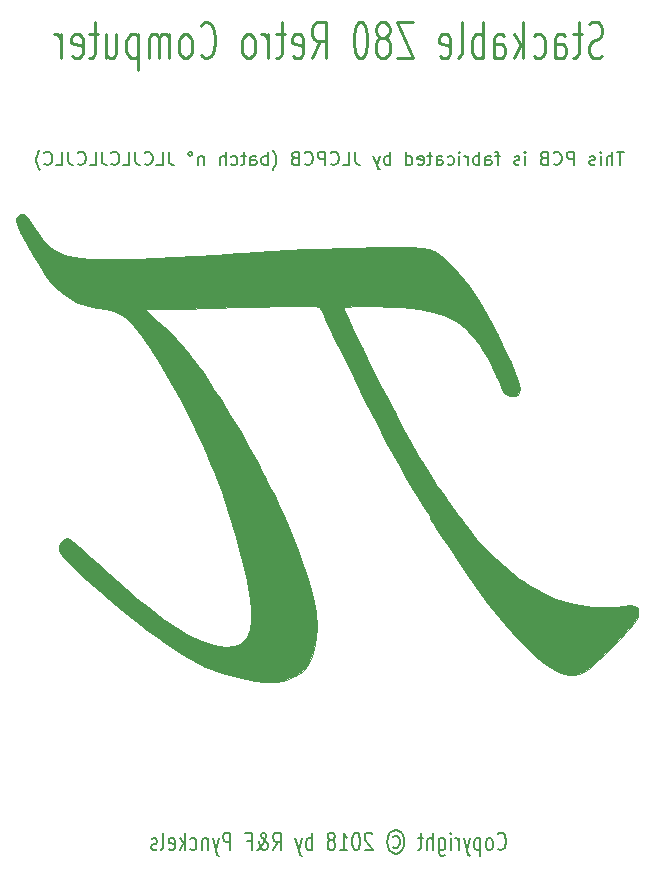
<source format=gbo>
%TF.GenerationSoftware,KiCad,Pcbnew,(5.0.0)*%
%TF.CreationDate,2018-10-23T17:25:26+02:00*%
%TF.ProjectId,S80 Processor,5338302050726F636573736F722E6B69,1.0*%
%TF.SameCoordinates,Original*%
%TF.FileFunction,Legend,Bot*%
%TF.FilePolarity,Positive*%
%FSLAX46Y46*%
G04 Gerber Fmt 4.6, Leading zero omitted, Abs format (unit mm)*
G04 Created by KiCad (PCBNEW (5.0.0)) date 10/23/18 17:25:26*
%MOMM*%
%LPD*%
G01*
G04 APERTURE LIST*
%ADD10C,0.150000*%
%ADD11C,0.250000*%
%ADD12C,0.010000*%
G04 APERTURE END LIST*
D10*
X123495390Y-100357714D02*
X123547771Y-100429142D01*
X123704914Y-100500571D01*
X123809676Y-100500571D01*
X123966819Y-100429142D01*
X124071580Y-100286285D01*
X124123961Y-100143428D01*
X124176342Y-99857714D01*
X124176342Y-99643428D01*
X124123961Y-99357714D01*
X124071580Y-99214857D01*
X123966819Y-99072000D01*
X123809676Y-99000571D01*
X123704914Y-99000571D01*
X123547771Y-99072000D01*
X123495390Y-99143428D01*
X122866819Y-100500571D02*
X122971580Y-100429142D01*
X123023961Y-100357714D01*
X123076342Y-100214857D01*
X123076342Y-99786285D01*
X123023961Y-99643428D01*
X122971580Y-99572000D01*
X122866819Y-99500571D01*
X122709676Y-99500571D01*
X122604914Y-99572000D01*
X122552533Y-99643428D01*
X122500152Y-99786285D01*
X122500152Y-100214857D01*
X122552533Y-100357714D01*
X122604914Y-100429142D01*
X122709676Y-100500571D01*
X122866819Y-100500571D01*
X122028723Y-99500571D02*
X122028723Y-101000571D01*
X122028723Y-99572000D02*
X121923961Y-99500571D01*
X121714438Y-99500571D01*
X121609676Y-99572000D01*
X121557295Y-99643428D01*
X121504914Y-99786285D01*
X121504914Y-100214857D01*
X121557295Y-100357714D01*
X121609676Y-100429142D01*
X121714438Y-100500571D01*
X121923961Y-100500571D01*
X122028723Y-100429142D01*
X121138247Y-99500571D02*
X120876342Y-100500571D01*
X120614438Y-99500571D02*
X120876342Y-100500571D01*
X120981104Y-100857714D01*
X121033485Y-100929142D01*
X121138247Y-101000571D01*
X120195390Y-100500571D02*
X120195390Y-99500571D01*
X120195390Y-99786285D02*
X120143009Y-99643428D01*
X120090628Y-99572000D01*
X119985866Y-99500571D01*
X119881104Y-99500571D01*
X119514438Y-100500571D02*
X119514438Y-99500571D01*
X119514438Y-99000571D02*
X119566819Y-99072000D01*
X119514438Y-99143428D01*
X119462057Y-99072000D01*
X119514438Y-99000571D01*
X119514438Y-99143428D01*
X118519200Y-99500571D02*
X118519200Y-100714857D01*
X118571580Y-100857714D01*
X118623961Y-100929142D01*
X118728723Y-101000571D01*
X118885866Y-101000571D01*
X118990628Y-100929142D01*
X118519200Y-100429142D02*
X118623961Y-100500571D01*
X118833485Y-100500571D01*
X118938247Y-100429142D01*
X118990628Y-100357714D01*
X119043009Y-100214857D01*
X119043009Y-99786285D01*
X118990628Y-99643428D01*
X118938247Y-99572000D01*
X118833485Y-99500571D01*
X118623961Y-99500571D01*
X118519200Y-99572000D01*
X117995390Y-100500571D02*
X117995390Y-99000571D01*
X117523961Y-100500571D02*
X117523961Y-99714857D01*
X117576342Y-99572000D01*
X117681104Y-99500571D01*
X117838247Y-99500571D01*
X117943009Y-99572000D01*
X117995390Y-99643428D01*
X117157295Y-99500571D02*
X116738247Y-99500571D01*
X117000152Y-99000571D02*
X117000152Y-100286285D01*
X116947771Y-100429142D01*
X116843009Y-100500571D01*
X116738247Y-100500571D01*
X114643009Y-99357714D02*
X114747771Y-99286285D01*
X114957295Y-99286285D01*
X115062057Y-99357714D01*
X115166819Y-99500571D01*
X115219200Y-99643428D01*
X115219200Y-99929142D01*
X115166819Y-100072000D01*
X115062057Y-100214857D01*
X114957295Y-100286285D01*
X114747771Y-100286285D01*
X114643009Y-100214857D01*
X114852533Y-98786285D02*
X115114438Y-98857714D01*
X115376342Y-99072000D01*
X115533485Y-99429142D01*
X115585866Y-99786285D01*
X115533485Y-100143428D01*
X115376342Y-100500571D01*
X115114438Y-100714857D01*
X114852533Y-100786285D01*
X114590628Y-100714857D01*
X114328723Y-100500571D01*
X114171580Y-100143428D01*
X114119200Y-99786285D01*
X114171580Y-99429142D01*
X114328723Y-99072000D01*
X114590628Y-98857714D01*
X114852533Y-98786285D01*
X112862057Y-99143428D02*
X112809676Y-99072000D01*
X112704914Y-99000571D01*
X112443009Y-99000571D01*
X112338247Y-99072000D01*
X112285866Y-99143428D01*
X112233485Y-99286285D01*
X112233485Y-99429142D01*
X112285866Y-99643428D01*
X112914438Y-100500571D01*
X112233485Y-100500571D01*
X111552533Y-99000571D02*
X111447771Y-99000571D01*
X111343009Y-99072000D01*
X111290628Y-99143428D01*
X111238247Y-99286285D01*
X111185866Y-99572000D01*
X111185866Y-99929142D01*
X111238247Y-100214857D01*
X111290628Y-100357714D01*
X111343009Y-100429142D01*
X111447771Y-100500571D01*
X111552533Y-100500571D01*
X111657295Y-100429142D01*
X111709676Y-100357714D01*
X111762057Y-100214857D01*
X111814438Y-99929142D01*
X111814438Y-99572000D01*
X111762057Y-99286285D01*
X111709676Y-99143428D01*
X111657295Y-99072000D01*
X111552533Y-99000571D01*
X110138247Y-100500571D02*
X110766819Y-100500571D01*
X110452533Y-100500571D02*
X110452533Y-99000571D01*
X110557295Y-99214857D01*
X110662057Y-99357714D01*
X110766819Y-99429142D01*
X109509676Y-99643428D02*
X109614438Y-99572000D01*
X109666819Y-99500571D01*
X109719200Y-99357714D01*
X109719200Y-99286285D01*
X109666819Y-99143428D01*
X109614438Y-99072000D01*
X109509676Y-99000571D01*
X109300152Y-99000571D01*
X109195390Y-99072000D01*
X109143009Y-99143428D01*
X109090628Y-99286285D01*
X109090628Y-99357714D01*
X109143009Y-99500571D01*
X109195390Y-99572000D01*
X109300152Y-99643428D01*
X109509676Y-99643428D01*
X109614438Y-99714857D01*
X109666819Y-99786285D01*
X109719200Y-99929142D01*
X109719200Y-100214857D01*
X109666819Y-100357714D01*
X109614438Y-100429142D01*
X109509676Y-100500571D01*
X109300152Y-100500571D01*
X109195390Y-100429142D01*
X109143009Y-100357714D01*
X109090628Y-100214857D01*
X109090628Y-99929142D01*
X109143009Y-99786285D01*
X109195390Y-99714857D01*
X109300152Y-99643428D01*
X107781104Y-100500571D02*
X107781104Y-99000571D01*
X107781104Y-99572000D02*
X107676342Y-99500571D01*
X107466819Y-99500571D01*
X107362057Y-99572000D01*
X107309676Y-99643428D01*
X107257295Y-99786285D01*
X107257295Y-100214857D01*
X107309676Y-100357714D01*
X107362057Y-100429142D01*
X107466819Y-100500571D01*
X107676342Y-100500571D01*
X107781104Y-100429142D01*
X106890628Y-99500571D02*
X106628723Y-100500571D01*
X106366819Y-99500571D02*
X106628723Y-100500571D01*
X106733485Y-100857714D01*
X106785866Y-100929142D01*
X106890628Y-101000571D01*
X104481104Y-100500571D02*
X104847771Y-99786285D01*
X105109676Y-100500571D02*
X105109676Y-99000571D01*
X104690628Y-99000571D01*
X104585866Y-99072000D01*
X104533485Y-99143428D01*
X104481104Y-99286285D01*
X104481104Y-99500571D01*
X104533485Y-99643428D01*
X104585866Y-99714857D01*
X104690628Y-99786285D01*
X105109676Y-99786285D01*
X103119199Y-100500571D02*
X103171580Y-100500571D01*
X103276342Y-100429142D01*
X103433485Y-100214857D01*
X103695390Y-99786285D01*
X103800152Y-99572000D01*
X103852533Y-99357714D01*
X103852533Y-99214857D01*
X103800152Y-99072000D01*
X103695390Y-99000571D01*
X103643009Y-99000571D01*
X103538247Y-99072000D01*
X103485866Y-99214857D01*
X103485866Y-99286285D01*
X103538247Y-99429142D01*
X103590628Y-99500571D01*
X103904914Y-99786285D01*
X103957295Y-99857714D01*
X104009676Y-100000571D01*
X104009676Y-100214857D01*
X103957295Y-100357714D01*
X103904914Y-100429142D01*
X103800152Y-100500571D01*
X103643009Y-100500571D01*
X103538247Y-100429142D01*
X103485866Y-100357714D01*
X103328723Y-100072000D01*
X103276342Y-99857714D01*
X103276342Y-99714857D01*
X102281104Y-99714857D02*
X102647771Y-99714857D01*
X102647771Y-100500571D02*
X102647771Y-99000571D01*
X102123961Y-99000571D01*
X100866819Y-100500571D02*
X100866819Y-99000571D01*
X100447771Y-99000571D01*
X100343009Y-99072000D01*
X100290628Y-99143428D01*
X100238247Y-99286285D01*
X100238247Y-99500571D01*
X100290628Y-99643428D01*
X100343009Y-99714857D01*
X100447771Y-99786285D01*
X100866819Y-99786285D01*
X99871580Y-99500571D02*
X99609676Y-100500571D01*
X99347771Y-99500571D02*
X99609676Y-100500571D01*
X99714438Y-100857714D01*
X99766819Y-100929142D01*
X99871580Y-101000571D01*
X98928723Y-99500571D02*
X98928723Y-100500571D01*
X98928723Y-99643428D02*
X98876342Y-99572000D01*
X98771580Y-99500571D01*
X98614438Y-99500571D01*
X98509676Y-99572000D01*
X98457295Y-99714857D01*
X98457295Y-100500571D01*
X97462057Y-100429142D02*
X97566819Y-100500571D01*
X97776342Y-100500571D01*
X97881104Y-100429142D01*
X97933485Y-100357714D01*
X97985866Y-100214857D01*
X97985866Y-99786285D01*
X97933485Y-99643428D01*
X97881104Y-99572000D01*
X97776342Y-99500571D01*
X97566819Y-99500571D01*
X97462057Y-99572000D01*
X96990628Y-100500571D02*
X96990628Y-99000571D01*
X96885866Y-99929142D02*
X96571580Y-100500571D01*
X96571580Y-99500571D02*
X96990628Y-100072000D01*
X95681104Y-100429142D02*
X95785866Y-100500571D01*
X95995390Y-100500571D01*
X96100152Y-100429142D01*
X96152533Y-100286285D01*
X96152533Y-99714857D01*
X96100152Y-99572000D01*
X95995390Y-99500571D01*
X95785866Y-99500571D01*
X95681104Y-99572000D01*
X95628723Y-99714857D01*
X95628723Y-99857714D01*
X96152533Y-100000571D01*
X95000152Y-100500571D02*
X95104914Y-100429142D01*
X95157295Y-100286285D01*
X95157295Y-99000571D01*
X94633485Y-100429142D02*
X94528723Y-100500571D01*
X94319199Y-100500571D01*
X94214438Y-100429142D01*
X94162057Y-100286285D01*
X94162057Y-100214857D01*
X94214438Y-100072000D01*
X94319199Y-100000571D01*
X94476342Y-100000571D01*
X94581104Y-99929142D01*
X94633485Y-99786285D01*
X94633485Y-99714857D01*
X94581104Y-99572000D01*
X94476342Y-99500571D01*
X94319199Y-99500571D01*
X94214438Y-99572000D01*
D11*
X132340638Y-33269085D02*
X132054923Y-33411942D01*
X131578733Y-33411942D01*
X131388257Y-33269085D01*
X131293019Y-33126228D01*
X131197780Y-32840514D01*
X131197780Y-32554800D01*
X131293019Y-32269085D01*
X131388257Y-32126228D01*
X131578733Y-31983371D01*
X131959685Y-31840514D01*
X132150161Y-31697657D01*
X132245400Y-31554800D01*
X132340638Y-31269085D01*
X132340638Y-30983371D01*
X132245400Y-30697657D01*
X132150161Y-30554800D01*
X131959685Y-30411942D01*
X131483495Y-30411942D01*
X131197780Y-30554800D01*
X130626352Y-31411942D02*
X129864447Y-31411942D01*
X130340638Y-30411942D02*
X130340638Y-32983371D01*
X130245400Y-33269085D01*
X130054923Y-33411942D01*
X129864447Y-33411942D01*
X128340638Y-33411942D02*
X128340638Y-31840514D01*
X128435876Y-31554800D01*
X128626352Y-31411942D01*
X129007304Y-31411942D01*
X129197780Y-31554800D01*
X128340638Y-33269085D02*
X128531114Y-33411942D01*
X129007304Y-33411942D01*
X129197780Y-33269085D01*
X129293019Y-32983371D01*
X129293019Y-32697657D01*
X129197780Y-32411942D01*
X129007304Y-32269085D01*
X128531114Y-32269085D01*
X128340638Y-32126228D01*
X126531114Y-33269085D02*
X126721590Y-33411942D01*
X127102542Y-33411942D01*
X127293019Y-33269085D01*
X127388257Y-33126228D01*
X127483495Y-32840514D01*
X127483495Y-31983371D01*
X127388257Y-31697657D01*
X127293019Y-31554800D01*
X127102542Y-31411942D01*
X126721590Y-31411942D01*
X126531114Y-31554800D01*
X125673971Y-33411942D02*
X125673971Y-30411942D01*
X125483495Y-32269085D02*
X124912066Y-33411942D01*
X124912066Y-31411942D02*
X125673971Y-32554800D01*
X123197780Y-33411942D02*
X123197780Y-31840514D01*
X123293019Y-31554800D01*
X123483495Y-31411942D01*
X123864447Y-31411942D01*
X124054923Y-31554800D01*
X123197780Y-33269085D02*
X123388257Y-33411942D01*
X123864447Y-33411942D01*
X124054923Y-33269085D01*
X124150161Y-32983371D01*
X124150161Y-32697657D01*
X124054923Y-32411942D01*
X123864447Y-32269085D01*
X123388257Y-32269085D01*
X123197780Y-32126228D01*
X122245400Y-33411942D02*
X122245400Y-30411942D01*
X122245400Y-31554800D02*
X122054923Y-31411942D01*
X121673971Y-31411942D01*
X121483495Y-31554800D01*
X121388257Y-31697657D01*
X121293019Y-31983371D01*
X121293019Y-32840514D01*
X121388257Y-33126228D01*
X121483495Y-33269085D01*
X121673971Y-33411942D01*
X122054923Y-33411942D01*
X122245400Y-33269085D01*
X120150161Y-33411942D02*
X120340638Y-33269085D01*
X120435876Y-32983371D01*
X120435876Y-30411942D01*
X118626352Y-33269085D02*
X118816828Y-33411942D01*
X119197780Y-33411942D01*
X119388257Y-33269085D01*
X119483495Y-32983371D01*
X119483495Y-31840514D01*
X119388257Y-31554800D01*
X119197780Y-31411942D01*
X118816828Y-31411942D01*
X118626352Y-31554800D01*
X118531114Y-31840514D01*
X118531114Y-32126228D01*
X119483495Y-32411942D01*
X116340638Y-30411942D02*
X115007304Y-30411942D01*
X116340638Y-33411942D01*
X115007304Y-33411942D01*
X113959685Y-31697657D02*
X114150161Y-31554800D01*
X114245400Y-31411942D01*
X114340638Y-31126228D01*
X114340638Y-30983371D01*
X114245400Y-30697657D01*
X114150161Y-30554800D01*
X113959685Y-30411942D01*
X113578733Y-30411942D01*
X113388257Y-30554800D01*
X113293019Y-30697657D01*
X113197780Y-30983371D01*
X113197780Y-31126228D01*
X113293019Y-31411942D01*
X113388257Y-31554800D01*
X113578733Y-31697657D01*
X113959685Y-31697657D01*
X114150161Y-31840514D01*
X114245400Y-31983371D01*
X114340638Y-32269085D01*
X114340638Y-32840514D01*
X114245400Y-33126228D01*
X114150161Y-33269085D01*
X113959685Y-33411942D01*
X113578733Y-33411942D01*
X113388257Y-33269085D01*
X113293019Y-33126228D01*
X113197780Y-32840514D01*
X113197780Y-32269085D01*
X113293019Y-31983371D01*
X113388257Y-31840514D01*
X113578733Y-31697657D01*
X111959685Y-30411942D02*
X111769209Y-30411942D01*
X111578733Y-30554800D01*
X111483495Y-30697657D01*
X111388257Y-30983371D01*
X111293019Y-31554800D01*
X111293019Y-32269085D01*
X111388257Y-32840514D01*
X111483495Y-33126228D01*
X111578733Y-33269085D01*
X111769209Y-33411942D01*
X111959685Y-33411942D01*
X112150161Y-33269085D01*
X112245400Y-33126228D01*
X112340638Y-32840514D01*
X112435876Y-32269085D01*
X112435876Y-31554800D01*
X112340638Y-30983371D01*
X112245400Y-30697657D01*
X112150161Y-30554800D01*
X111959685Y-30411942D01*
X107769209Y-33411942D02*
X108435876Y-31983371D01*
X108912066Y-33411942D02*
X108912066Y-30411942D01*
X108150161Y-30411942D01*
X107959685Y-30554800D01*
X107864447Y-30697657D01*
X107769209Y-30983371D01*
X107769209Y-31411942D01*
X107864447Y-31697657D01*
X107959685Y-31840514D01*
X108150161Y-31983371D01*
X108912066Y-31983371D01*
X106150161Y-33269085D02*
X106340638Y-33411942D01*
X106721590Y-33411942D01*
X106912066Y-33269085D01*
X107007304Y-32983371D01*
X107007304Y-31840514D01*
X106912066Y-31554800D01*
X106721590Y-31411942D01*
X106340638Y-31411942D01*
X106150161Y-31554800D01*
X106054923Y-31840514D01*
X106054923Y-32126228D01*
X107007304Y-32411942D01*
X105483495Y-31411942D02*
X104721590Y-31411942D01*
X105197780Y-30411942D02*
X105197780Y-32983371D01*
X105102542Y-33269085D01*
X104912066Y-33411942D01*
X104721590Y-33411942D01*
X104054923Y-33411942D02*
X104054923Y-31411942D01*
X104054923Y-31983371D02*
X103959685Y-31697657D01*
X103864447Y-31554800D01*
X103673971Y-31411942D01*
X103483495Y-31411942D01*
X102531114Y-33411942D02*
X102721590Y-33269085D01*
X102816828Y-33126228D01*
X102912066Y-32840514D01*
X102912066Y-31983371D01*
X102816828Y-31697657D01*
X102721590Y-31554800D01*
X102531114Y-31411942D01*
X102245400Y-31411942D01*
X102054923Y-31554800D01*
X101959685Y-31697657D01*
X101864447Y-31983371D01*
X101864447Y-32840514D01*
X101959685Y-33126228D01*
X102054923Y-33269085D01*
X102245400Y-33411942D01*
X102531114Y-33411942D01*
X98340638Y-33126228D02*
X98435876Y-33269085D01*
X98721590Y-33411942D01*
X98912066Y-33411942D01*
X99197780Y-33269085D01*
X99388257Y-32983371D01*
X99483495Y-32697657D01*
X99578733Y-32126228D01*
X99578733Y-31697657D01*
X99483495Y-31126228D01*
X99388257Y-30840514D01*
X99197780Y-30554800D01*
X98912066Y-30411942D01*
X98721590Y-30411942D01*
X98435876Y-30554800D01*
X98340638Y-30697657D01*
X97197780Y-33411942D02*
X97388257Y-33269085D01*
X97483495Y-33126228D01*
X97578733Y-32840514D01*
X97578733Y-31983371D01*
X97483495Y-31697657D01*
X97388257Y-31554800D01*
X97197780Y-31411942D01*
X96912066Y-31411942D01*
X96721590Y-31554800D01*
X96626352Y-31697657D01*
X96531114Y-31983371D01*
X96531114Y-32840514D01*
X96626352Y-33126228D01*
X96721590Y-33269085D01*
X96912066Y-33411942D01*
X97197780Y-33411942D01*
X95673971Y-33411942D02*
X95673971Y-31411942D01*
X95673971Y-31697657D02*
X95578733Y-31554800D01*
X95388257Y-31411942D01*
X95102542Y-31411942D01*
X94912066Y-31554800D01*
X94816828Y-31840514D01*
X94816828Y-33411942D01*
X94816828Y-31840514D02*
X94721590Y-31554800D01*
X94531114Y-31411942D01*
X94245400Y-31411942D01*
X94054923Y-31554800D01*
X93959685Y-31840514D01*
X93959685Y-33411942D01*
X93007304Y-31411942D02*
X93007304Y-34411942D01*
X93007304Y-31554800D02*
X92816828Y-31411942D01*
X92435876Y-31411942D01*
X92245400Y-31554800D01*
X92150161Y-31697657D01*
X92054923Y-31983371D01*
X92054923Y-32840514D01*
X92150161Y-33126228D01*
X92245400Y-33269085D01*
X92435876Y-33411942D01*
X92816828Y-33411942D01*
X93007304Y-33269085D01*
X90340638Y-31411942D02*
X90340638Y-33411942D01*
X91197780Y-31411942D02*
X91197780Y-32983371D01*
X91102542Y-33269085D01*
X90912066Y-33411942D01*
X90626352Y-33411942D01*
X90435876Y-33269085D01*
X90340638Y-33126228D01*
X89673971Y-31411942D02*
X88912066Y-31411942D01*
X89388257Y-30411942D02*
X89388257Y-32983371D01*
X89293019Y-33269085D01*
X89102542Y-33411942D01*
X88912066Y-33411942D01*
X87483495Y-33269085D02*
X87673971Y-33411942D01*
X88054923Y-33411942D01*
X88245400Y-33269085D01*
X88340638Y-32983371D01*
X88340638Y-31840514D01*
X88245400Y-31554800D01*
X88054923Y-31411942D01*
X87673971Y-31411942D01*
X87483495Y-31554800D01*
X87388257Y-31840514D01*
X87388257Y-32126228D01*
X88340638Y-32411942D01*
X86531114Y-33411942D02*
X86531114Y-31411942D01*
X86531114Y-31983371D02*
X86435876Y-31697657D01*
X86340638Y-31554800D01*
X86150161Y-31411942D01*
X85959685Y-31411942D01*
D10*
X134187523Y-41361619D02*
X133558952Y-41361619D01*
X133873238Y-42461619D02*
X133873238Y-41361619D01*
X133192285Y-42461619D02*
X133192285Y-41361619D01*
X132720857Y-42461619D02*
X132720857Y-41885428D01*
X132773238Y-41780666D01*
X132878000Y-41728285D01*
X133035142Y-41728285D01*
X133139904Y-41780666D01*
X133192285Y-41833047D01*
X132197047Y-42461619D02*
X132197047Y-41728285D01*
X132197047Y-41361619D02*
X132249428Y-41414000D01*
X132197047Y-41466380D01*
X132144666Y-41414000D01*
X132197047Y-41361619D01*
X132197047Y-41466380D01*
X131725619Y-42409238D02*
X131620857Y-42461619D01*
X131411333Y-42461619D01*
X131306571Y-42409238D01*
X131254190Y-42304476D01*
X131254190Y-42252095D01*
X131306571Y-42147333D01*
X131411333Y-42094952D01*
X131568476Y-42094952D01*
X131673238Y-42042571D01*
X131725619Y-41937809D01*
X131725619Y-41885428D01*
X131673238Y-41780666D01*
X131568476Y-41728285D01*
X131411333Y-41728285D01*
X131306571Y-41780666D01*
X129944666Y-42461619D02*
X129944666Y-41361619D01*
X129525619Y-41361619D01*
X129420857Y-41414000D01*
X129368476Y-41466380D01*
X129316095Y-41571142D01*
X129316095Y-41728285D01*
X129368476Y-41833047D01*
X129420857Y-41885428D01*
X129525619Y-41937809D01*
X129944666Y-41937809D01*
X128216095Y-42356857D02*
X128268476Y-42409238D01*
X128425619Y-42461619D01*
X128530380Y-42461619D01*
X128687523Y-42409238D01*
X128792285Y-42304476D01*
X128844666Y-42199714D01*
X128897047Y-41990190D01*
X128897047Y-41833047D01*
X128844666Y-41623523D01*
X128792285Y-41518761D01*
X128687523Y-41414000D01*
X128530380Y-41361619D01*
X128425619Y-41361619D01*
X128268476Y-41414000D01*
X128216095Y-41466380D01*
X127378000Y-41885428D02*
X127220857Y-41937809D01*
X127168476Y-41990190D01*
X127116095Y-42094952D01*
X127116095Y-42252095D01*
X127168476Y-42356857D01*
X127220857Y-42409238D01*
X127325619Y-42461619D01*
X127744666Y-42461619D01*
X127744666Y-41361619D01*
X127378000Y-41361619D01*
X127273238Y-41414000D01*
X127220857Y-41466380D01*
X127168476Y-41571142D01*
X127168476Y-41675904D01*
X127220857Y-41780666D01*
X127273238Y-41833047D01*
X127378000Y-41885428D01*
X127744666Y-41885428D01*
X125806571Y-42461619D02*
X125806571Y-41728285D01*
X125806571Y-41361619D02*
X125858952Y-41414000D01*
X125806571Y-41466380D01*
X125754190Y-41414000D01*
X125806571Y-41361619D01*
X125806571Y-41466380D01*
X125335142Y-42409238D02*
X125230380Y-42461619D01*
X125020857Y-42461619D01*
X124916095Y-42409238D01*
X124863714Y-42304476D01*
X124863714Y-42252095D01*
X124916095Y-42147333D01*
X125020857Y-42094952D01*
X125178000Y-42094952D01*
X125282761Y-42042571D01*
X125335142Y-41937809D01*
X125335142Y-41885428D01*
X125282761Y-41780666D01*
X125178000Y-41728285D01*
X125020857Y-41728285D01*
X124916095Y-41780666D01*
X123711333Y-41728285D02*
X123292285Y-41728285D01*
X123554190Y-42461619D02*
X123554190Y-41518761D01*
X123501809Y-41414000D01*
X123397047Y-41361619D01*
X123292285Y-41361619D01*
X122454190Y-42461619D02*
X122454190Y-41885428D01*
X122506571Y-41780666D01*
X122611333Y-41728285D01*
X122820857Y-41728285D01*
X122925619Y-41780666D01*
X122454190Y-42409238D02*
X122558952Y-42461619D01*
X122820857Y-42461619D01*
X122925619Y-42409238D01*
X122978000Y-42304476D01*
X122978000Y-42199714D01*
X122925619Y-42094952D01*
X122820857Y-42042571D01*
X122558952Y-42042571D01*
X122454190Y-41990190D01*
X121930380Y-42461619D02*
X121930380Y-41361619D01*
X121930380Y-41780666D02*
X121825619Y-41728285D01*
X121616095Y-41728285D01*
X121511333Y-41780666D01*
X121458952Y-41833047D01*
X121406571Y-41937809D01*
X121406571Y-42252095D01*
X121458952Y-42356857D01*
X121511333Y-42409238D01*
X121616095Y-42461619D01*
X121825619Y-42461619D01*
X121930380Y-42409238D01*
X120935142Y-42461619D02*
X120935142Y-41728285D01*
X120935142Y-41937809D02*
X120882761Y-41833047D01*
X120830380Y-41780666D01*
X120725619Y-41728285D01*
X120620857Y-41728285D01*
X120254190Y-42461619D02*
X120254190Y-41728285D01*
X120254190Y-41361619D02*
X120306571Y-41414000D01*
X120254190Y-41466380D01*
X120201809Y-41414000D01*
X120254190Y-41361619D01*
X120254190Y-41466380D01*
X119258952Y-42409238D02*
X119363714Y-42461619D01*
X119573238Y-42461619D01*
X119677999Y-42409238D01*
X119730380Y-42356857D01*
X119782761Y-42252095D01*
X119782761Y-41937809D01*
X119730380Y-41833047D01*
X119677999Y-41780666D01*
X119573238Y-41728285D01*
X119363714Y-41728285D01*
X119258952Y-41780666D01*
X118316095Y-42461619D02*
X118316095Y-41885428D01*
X118368476Y-41780666D01*
X118473238Y-41728285D01*
X118682761Y-41728285D01*
X118787523Y-41780666D01*
X118316095Y-42409238D02*
X118420857Y-42461619D01*
X118682761Y-42461619D01*
X118787523Y-42409238D01*
X118839904Y-42304476D01*
X118839904Y-42199714D01*
X118787523Y-42094952D01*
X118682761Y-42042571D01*
X118420857Y-42042571D01*
X118316095Y-41990190D01*
X117949428Y-41728285D02*
X117530380Y-41728285D01*
X117792285Y-41361619D02*
X117792285Y-42304476D01*
X117739904Y-42409238D01*
X117635142Y-42461619D01*
X117530380Y-42461619D01*
X116744666Y-42409238D02*
X116849428Y-42461619D01*
X117058952Y-42461619D01*
X117163714Y-42409238D01*
X117216095Y-42304476D01*
X117216095Y-41885428D01*
X117163714Y-41780666D01*
X117058952Y-41728285D01*
X116849428Y-41728285D01*
X116744666Y-41780666D01*
X116692285Y-41885428D01*
X116692285Y-41990190D01*
X117216095Y-42094952D01*
X115749428Y-42461619D02*
X115749428Y-41361619D01*
X115749428Y-42409238D02*
X115854190Y-42461619D01*
X116063714Y-42461619D01*
X116168476Y-42409238D01*
X116220857Y-42356857D01*
X116273238Y-42252095D01*
X116273238Y-41937809D01*
X116220857Y-41833047D01*
X116168476Y-41780666D01*
X116063714Y-41728285D01*
X115854190Y-41728285D01*
X115749428Y-41780666D01*
X114387523Y-42461619D02*
X114387523Y-41361619D01*
X114387523Y-41780666D02*
X114282761Y-41728285D01*
X114073238Y-41728285D01*
X113968476Y-41780666D01*
X113916095Y-41833047D01*
X113863714Y-41937809D01*
X113863714Y-42252095D01*
X113916095Y-42356857D01*
X113968476Y-42409238D01*
X114073238Y-42461619D01*
X114282761Y-42461619D01*
X114387523Y-42409238D01*
X113497047Y-41728285D02*
X113235142Y-42461619D01*
X112973238Y-41728285D02*
X113235142Y-42461619D01*
X113339904Y-42723523D01*
X113392285Y-42775904D01*
X113497047Y-42828285D01*
X111401809Y-41361619D02*
X111401809Y-42147333D01*
X111454190Y-42304476D01*
X111558952Y-42409238D01*
X111716095Y-42461619D01*
X111820857Y-42461619D01*
X110354190Y-42461619D02*
X110877999Y-42461619D01*
X110877999Y-41361619D01*
X109358952Y-42356857D02*
X109411333Y-42409238D01*
X109568476Y-42461619D01*
X109673238Y-42461619D01*
X109830380Y-42409238D01*
X109935142Y-42304476D01*
X109987523Y-42199714D01*
X110039904Y-41990190D01*
X110039904Y-41833047D01*
X109987523Y-41623523D01*
X109935142Y-41518761D01*
X109830380Y-41414000D01*
X109673238Y-41361619D01*
X109568476Y-41361619D01*
X109411333Y-41414000D01*
X109358952Y-41466380D01*
X108887523Y-42461619D02*
X108887523Y-41361619D01*
X108468476Y-41361619D01*
X108363714Y-41414000D01*
X108311333Y-41466380D01*
X108258952Y-41571142D01*
X108258952Y-41728285D01*
X108311333Y-41833047D01*
X108363714Y-41885428D01*
X108468476Y-41937809D01*
X108887523Y-41937809D01*
X107158952Y-42356857D02*
X107211333Y-42409238D01*
X107368476Y-42461619D01*
X107473238Y-42461619D01*
X107630380Y-42409238D01*
X107735142Y-42304476D01*
X107787523Y-42199714D01*
X107839904Y-41990190D01*
X107839904Y-41833047D01*
X107787523Y-41623523D01*
X107735142Y-41518761D01*
X107630380Y-41414000D01*
X107473238Y-41361619D01*
X107368476Y-41361619D01*
X107211333Y-41414000D01*
X107158952Y-41466380D01*
X106320857Y-41885428D02*
X106163714Y-41937809D01*
X106111333Y-41990190D01*
X106058952Y-42094952D01*
X106058952Y-42252095D01*
X106111333Y-42356857D01*
X106163714Y-42409238D01*
X106268476Y-42461619D01*
X106687523Y-42461619D01*
X106687523Y-41361619D01*
X106320857Y-41361619D01*
X106216095Y-41414000D01*
X106163714Y-41466380D01*
X106111333Y-41571142D01*
X106111333Y-41675904D01*
X106163714Y-41780666D01*
X106216095Y-41833047D01*
X106320857Y-41885428D01*
X106687523Y-41885428D01*
X104435142Y-42880666D02*
X104487523Y-42828285D01*
X104592285Y-42671142D01*
X104644666Y-42566380D01*
X104697047Y-42409238D01*
X104749428Y-42147333D01*
X104749428Y-41937809D01*
X104697047Y-41675904D01*
X104644666Y-41518761D01*
X104592285Y-41414000D01*
X104487523Y-41256857D01*
X104435142Y-41204476D01*
X104016095Y-42461619D02*
X104016095Y-41361619D01*
X104016095Y-41780666D02*
X103911333Y-41728285D01*
X103701809Y-41728285D01*
X103597047Y-41780666D01*
X103544666Y-41833047D01*
X103492285Y-41937809D01*
X103492285Y-42252095D01*
X103544666Y-42356857D01*
X103597047Y-42409238D01*
X103701809Y-42461619D01*
X103911333Y-42461619D01*
X104016095Y-42409238D01*
X102549428Y-42461619D02*
X102549428Y-41885428D01*
X102601809Y-41780666D01*
X102706571Y-41728285D01*
X102916095Y-41728285D01*
X103020857Y-41780666D01*
X102549428Y-42409238D02*
X102654190Y-42461619D01*
X102916095Y-42461619D01*
X103020857Y-42409238D01*
X103073238Y-42304476D01*
X103073238Y-42199714D01*
X103020857Y-42094952D01*
X102916095Y-42042571D01*
X102654190Y-42042571D01*
X102549428Y-41990190D01*
X102182761Y-41728285D02*
X101763714Y-41728285D01*
X102025619Y-41361619D02*
X102025619Y-42304476D01*
X101973238Y-42409238D01*
X101868476Y-42461619D01*
X101763714Y-42461619D01*
X100925619Y-42409238D02*
X101030380Y-42461619D01*
X101239904Y-42461619D01*
X101344666Y-42409238D01*
X101397047Y-42356857D01*
X101449428Y-42252095D01*
X101449428Y-41937809D01*
X101397047Y-41833047D01*
X101344666Y-41780666D01*
X101239904Y-41728285D01*
X101030380Y-41728285D01*
X100925619Y-41780666D01*
X100454190Y-42461619D02*
X100454190Y-41361619D01*
X99982761Y-42461619D02*
X99982761Y-41885428D01*
X100035142Y-41780666D01*
X100139904Y-41728285D01*
X100297047Y-41728285D01*
X100401809Y-41780666D01*
X100454190Y-41833047D01*
X98620857Y-41728285D02*
X98620857Y-42461619D01*
X98620857Y-41833047D02*
X98568476Y-41780666D01*
X98463714Y-41728285D01*
X98306571Y-41728285D01*
X98201809Y-41780666D01*
X98149428Y-41885428D01*
X98149428Y-42461619D01*
X97468476Y-41361619D02*
X97573238Y-41414000D01*
X97625619Y-41518761D01*
X97573238Y-41623523D01*
X97468476Y-41675904D01*
X97363714Y-41623523D01*
X97311333Y-41518761D01*
X97363714Y-41414000D01*
X97468476Y-41361619D01*
X95635142Y-41361619D02*
X95635142Y-42147333D01*
X95687523Y-42304476D01*
X95792285Y-42409238D01*
X95949428Y-42461619D01*
X96054190Y-42461619D01*
X94587523Y-42461619D02*
X95111333Y-42461619D01*
X95111333Y-41361619D01*
X93592285Y-42356857D02*
X93644666Y-42409238D01*
X93801809Y-42461619D01*
X93906571Y-42461619D01*
X94063714Y-42409238D01*
X94168476Y-42304476D01*
X94220857Y-42199714D01*
X94273238Y-41990190D01*
X94273238Y-41833047D01*
X94220857Y-41623523D01*
X94168476Y-41518761D01*
X94063714Y-41414000D01*
X93906571Y-41361619D01*
X93801809Y-41361619D01*
X93644666Y-41414000D01*
X93592285Y-41466380D01*
X92806571Y-41361619D02*
X92806571Y-42147333D01*
X92858952Y-42304476D01*
X92963714Y-42409238D01*
X93120857Y-42461619D01*
X93225619Y-42461619D01*
X91758952Y-42461619D02*
X92282761Y-42461619D01*
X92282761Y-41361619D01*
X90763714Y-42356857D02*
X90816095Y-42409238D01*
X90973238Y-42461619D01*
X91077999Y-42461619D01*
X91235142Y-42409238D01*
X91339904Y-42304476D01*
X91392285Y-42199714D01*
X91444666Y-41990190D01*
X91444666Y-41833047D01*
X91392285Y-41623523D01*
X91339904Y-41518761D01*
X91235142Y-41414000D01*
X91077999Y-41361619D01*
X90973238Y-41361619D01*
X90816095Y-41414000D01*
X90763714Y-41466380D01*
X89977999Y-41361619D02*
X89977999Y-42147333D01*
X90030380Y-42304476D01*
X90135142Y-42409238D01*
X90292285Y-42461619D01*
X90397047Y-42461619D01*
X88930380Y-42461619D02*
X89454190Y-42461619D01*
X89454190Y-41361619D01*
X87935142Y-42356857D02*
X87987523Y-42409238D01*
X88144666Y-42461619D01*
X88249428Y-42461619D01*
X88406571Y-42409238D01*
X88511333Y-42304476D01*
X88563714Y-42199714D01*
X88616095Y-41990190D01*
X88616095Y-41833047D01*
X88563714Y-41623523D01*
X88511333Y-41518761D01*
X88406571Y-41414000D01*
X88249428Y-41361619D01*
X88144666Y-41361619D01*
X87987523Y-41414000D01*
X87935142Y-41466380D01*
X87149428Y-41361619D02*
X87149428Y-42147333D01*
X87201809Y-42304476D01*
X87306571Y-42409238D01*
X87463714Y-42461619D01*
X87568476Y-42461619D01*
X86101809Y-42461619D02*
X86625619Y-42461619D01*
X86625619Y-41361619D01*
X85106571Y-42356857D02*
X85158952Y-42409238D01*
X85316095Y-42461619D01*
X85420857Y-42461619D01*
X85577999Y-42409238D01*
X85682761Y-42304476D01*
X85735142Y-42199714D01*
X85787523Y-41990190D01*
X85787523Y-41833047D01*
X85735142Y-41623523D01*
X85682761Y-41518761D01*
X85577999Y-41414000D01*
X85420857Y-41361619D01*
X85316095Y-41361619D01*
X85158952Y-41414000D01*
X85106571Y-41466380D01*
X84739904Y-42880666D02*
X84687523Y-42828285D01*
X84582761Y-42671142D01*
X84530380Y-42566380D01*
X84477999Y-42409238D01*
X84425619Y-42147333D01*
X84425619Y-41937809D01*
X84477999Y-41675904D01*
X84530380Y-41518761D01*
X84582761Y-41414000D01*
X84687523Y-41256857D01*
X84739904Y-41204476D01*
D12*
G36*
X83169094Y-46625062D02*
X82906519Y-46808190D01*
X82722995Y-47017698D01*
X82676451Y-47214731D01*
X82759694Y-47515292D01*
X82848560Y-47742704D01*
X83043923Y-48155474D01*
X83367618Y-48757679D01*
X83782392Y-49485739D01*
X84250994Y-50276073D01*
X84736170Y-51065103D01*
X85200668Y-51789247D01*
X85356399Y-52022919D01*
X86012443Y-52810652D01*
X86833411Y-53525884D01*
X87602193Y-54010578D01*
X87969612Y-54149791D01*
X88540589Y-54312581D01*
X89220331Y-54473319D01*
X89595476Y-54549524D01*
X90285859Y-54695539D01*
X90909900Y-54853283D01*
X91376691Y-54998600D01*
X91533651Y-55064572D01*
X92038516Y-55434258D01*
X92636765Y-56055911D01*
X93310919Y-56900170D01*
X94043498Y-57937677D01*
X94817021Y-59139074D01*
X95614009Y-60475001D01*
X96416981Y-61916100D01*
X97208460Y-63433013D01*
X97970963Y-64996380D01*
X98687012Y-66576843D01*
X99339126Y-68145043D01*
X99373540Y-68232262D01*
X100113501Y-70198218D01*
X100767341Y-72107576D01*
X101330129Y-73936355D01*
X101796932Y-75660577D01*
X102162822Y-77256263D01*
X102422866Y-78699435D01*
X102572134Y-79966113D01*
X102605695Y-81032320D01*
X102518617Y-81874076D01*
X102305971Y-82467403D01*
X102302142Y-82473729D01*
X101850956Y-82939566D01*
X101212084Y-83196394D01*
X100410865Y-83249807D01*
X99472636Y-83105399D01*
X98422736Y-82768766D01*
X97286503Y-82245502D01*
X96089275Y-81541201D01*
X95167907Y-80898532D01*
X94103918Y-80076194D01*
X92903491Y-79097708D01*
X91639560Y-78025090D01*
X90385061Y-76920359D01*
X89212930Y-75845531D01*
X89097517Y-75736851D01*
X88456341Y-75147935D01*
X87884675Y-74654122D01*
X87423410Y-74288587D01*
X87113437Y-74084503D01*
X87022133Y-74053095D01*
X86690960Y-74186618D01*
X86440270Y-74517642D01*
X86332131Y-74941847D01*
X86355159Y-75174147D01*
X86514588Y-75438955D01*
X86884584Y-75862602D01*
X87435927Y-76419705D01*
X88139401Y-77084881D01*
X88965785Y-77832749D01*
X89885862Y-78637926D01*
X90870414Y-79475029D01*
X91890221Y-80318677D01*
X92916065Y-81143487D01*
X93918727Y-81924076D01*
X94868990Y-82635062D01*
X95306443Y-82950208D01*
X97045290Y-84079533D01*
X98732285Y-84950889D01*
X100424882Y-85588240D01*
X102180534Y-86015550D01*
X102948976Y-86137938D01*
X103747583Y-86236996D01*
X104336116Y-86278157D01*
X104801617Y-86259690D01*
X105231133Y-86179861D01*
X105558812Y-86085973D01*
X106349644Y-85774203D01*
X106944301Y-85368023D01*
X107394636Y-84810007D01*
X107752502Y-84042731D01*
X107950533Y-83437261D01*
X108143088Y-82507057D01*
X108192785Y-81482706D01*
X108094857Y-80335446D01*
X107844538Y-79036513D01*
X107437063Y-77557142D01*
X106867665Y-75868570D01*
X106558493Y-75035833D01*
X106252068Y-74261955D01*
X105874944Y-73357477D01*
X105464319Y-72407280D01*
X105057388Y-71496242D01*
X104691347Y-70709245D01*
X104438337Y-70197738D01*
X104159868Y-69647673D01*
X103880352Y-69075402D01*
X103838954Y-68988214D01*
X103643368Y-68598376D01*
X103345322Y-68033249D01*
X102991545Y-67380558D01*
X102751738Y-66947143D01*
X102361999Y-66248132D01*
X101970847Y-65545026D01*
X101636073Y-64941777D01*
X101490884Y-64679286D01*
X101179678Y-64143418D01*
X100862454Y-63640740D01*
X100680959Y-63379895D01*
X100455207Y-63055318D01*
X100335699Y-62837398D01*
X100330000Y-62811817D01*
X100249418Y-62651903D01*
X100032721Y-62303550D01*
X99717483Y-61825840D01*
X99498453Y-61504285D01*
X99141708Y-60973323D01*
X98861538Y-60531554D01*
X98695753Y-60239963D01*
X98666905Y-60163198D01*
X98563238Y-59966564D01*
X98430754Y-59833418D01*
X98226301Y-59608651D01*
X97928776Y-59218211D01*
X97642487Y-58805632D01*
X97180156Y-58202259D01*
X96499024Y-57447492D01*
X95624758Y-56567894D01*
X94583026Y-55590026D01*
X94206786Y-55250209D01*
X93602024Y-54708896D01*
X94509167Y-54707965D01*
X94855578Y-54703492D01*
X95466912Y-54691107D01*
X96305837Y-54671742D01*
X97335024Y-54646328D01*
X98517143Y-54615798D01*
X99814865Y-54581084D01*
X101190859Y-54543117D01*
X101794388Y-54526106D01*
X103486541Y-54480561D01*
X104894613Y-54448307D01*
X106036609Y-54429308D01*
X106930536Y-54423531D01*
X107594399Y-54430939D01*
X108046204Y-54451499D01*
X108303958Y-54485175D01*
X108375141Y-54513380D01*
X108554796Y-54758967D01*
X108744574Y-55155440D01*
X108783346Y-55258113D01*
X108903657Y-55541771D01*
X109140873Y-56055741D01*
X109475520Y-56760455D01*
X109888128Y-57616346D01*
X110359223Y-58583844D01*
X110869334Y-59623383D01*
X111398988Y-60695393D01*
X111928713Y-61760306D01*
X112439036Y-62778554D01*
X112910487Y-63710569D01*
X113323592Y-64516782D01*
X113605676Y-65057262D01*
X114145600Y-66067212D01*
X114714243Y-67109919D01*
X115287873Y-68143776D01*
X115842758Y-69127176D01*
X116355167Y-70018511D01*
X116801366Y-70776175D01*
X117157624Y-71358559D01*
X117400210Y-71724056D01*
X117433187Y-71767709D01*
X117635448Y-72062813D01*
X117716905Y-72254778D01*
X117795000Y-72443437D01*
X117994650Y-72787085D01*
X118150515Y-73028139D01*
X118375715Y-73365528D01*
X118731270Y-73899851D01*
X119180531Y-74575961D01*
X119686853Y-75338712D01*
X120129702Y-76006417D01*
X121422826Y-77890388D01*
X122693882Y-79612147D01*
X123926777Y-81153640D01*
X125105420Y-82496813D01*
X126213719Y-83623612D01*
X127235582Y-84515984D01*
X128154916Y-85155874D01*
X128411026Y-85297302D01*
X128888668Y-85482736D01*
X129447383Y-85621347D01*
X129558474Y-85638924D01*
X129955505Y-85655996D01*
X130344744Y-85576618D01*
X130768615Y-85375581D01*
X131269544Y-85027673D01*
X131889957Y-84507683D01*
X132672278Y-83790400D01*
X132677608Y-83785392D01*
X133683437Y-82803586D01*
X134465470Y-81960201D01*
X135016842Y-81263718D01*
X135330691Y-80722617D01*
X135406191Y-80413758D01*
X135343213Y-79999727D01*
X135127079Y-79779368D01*
X134716984Y-79732758D01*
X134181327Y-79815747D01*
X133441623Y-79907181D01*
X132511299Y-79923656D01*
X131491002Y-79871443D01*
X130481380Y-79756810D01*
X129583078Y-79586028D01*
X129306562Y-79512079D01*
X128445907Y-79229892D01*
X127667313Y-78903036D01*
X126872305Y-78483911D01*
X125962407Y-77924915D01*
X125785317Y-77810008D01*
X125234065Y-77411734D01*
X124564100Y-76869230D01*
X123831458Y-76234216D01*
X123092172Y-75558413D01*
X122402278Y-74893539D01*
X121817811Y-74291316D01*
X121394807Y-73803463D01*
X121288508Y-73659484D01*
X121050417Y-73324476D01*
X120692419Y-72835881D01*
X120278238Y-72280352D01*
X120121083Y-72071984D01*
X119722078Y-71533691D01*
X119277938Y-70916591D01*
X118823067Y-70270756D01*
X118391869Y-69646258D01*
X118018749Y-69093167D01*
X117738112Y-68661555D01*
X117584361Y-68401492D01*
X117565714Y-68352975D01*
X117486401Y-68193381D01*
X117290478Y-67893337D01*
X117238779Y-67819802D01*
X116925876Y-67336822D01*
X116502216Y-66617837D01*
X115987060Y-65699842D01*
X115399667Y-64619834D01*
X114759297Y-63414810D01*
X114085208Y-62121765D01*
X113396661Y-60777696D01*
X112712916Y-59419599D01*
X112053231Y-58084471D01*
X111436867Y-56809307D01*
X110883082Y-55631105D01*
X110802766Y-55456666D01*
X110351728Y-54473928D01*
X111728662Y-54427169D01*
X112412852Y-54421255D01*
X113290824Y-54438747D01*
X114255163Y-54476314D01*
X115198453Y-54530625D01*
X115304784Y-54538084D01*
X116795283Y-54687396D01*
X118037438Y-54916960D01*
X119079856Y-55250003D01*
X119971148Y-55709752D01*
X120759924Y-56319433D01*
X121494793Y-57102273D01*
X121973481Y-57724524D01*
X122273364Y-58195189D01*
X122639521Y-58849916D01*
X123023491Y-59592997D01*
X123376816Y-60328724D01*
X123651036Y-60961390D01*
X123753913Y-61240863D01*
X124036491Y-61772517D01*
X124438182Y-62043794D01*
X124902458Y-62045957D01*
X125172038Y-61919866D01*
X125319557Y-61688906D01*
X125339645Y-61326456D01*
X125226929Y-60805899D01*
X124976037Y-60100614D01*
X124581599Y-59183985D01*
X124130629Y-58221254D01*
X123851393Y-57631592D01*
X123629389Y-57148093D01*
X123492463Y-56832280D01*
X123462143Y-56744143D01*
X123388520Y-56576161D01*
X123203144Y-56251930D01*
X123107092Y-56096222D01*
X122808700Y-55601190D01*
X122486013Y-55035824D01*
X122385317Y-54851905D01*
X121793698Y-53850827D01*
X121107683Y-52848644D01*
X120370175Y-51896451D01*
X119624074Y-51045348D01*
X118912283Y-50346432D01*
X118277705Y-49850802D01*
X118094881Y-49741820D01*
X117699894Y-49605553D01*
X117077400Y-49508817D01*
X116194584Y-49446963D01*
X115941648Y-49436840D01*
X115205741Y-49424357D01*
X114216690Y-49427895D01*
X113023214Y-49445761D01*
X111674029Y-49476259D01*
X110217856Y-49517695D01*
X108703411Y-49568374D01*
X107179412Y-49626602D01*
X105694577Y-49690684D01*
X104297625Y-49758924D01*
X103037273Y-49829629D01*
X101962240Y-49901105D01*
X101463929Y-49940444D01*
X99678418Y-50081131D01*
X97891952Y-50200780D01*
X96138113Y-50298524D01*
X94450486Y-50373499D01*
X92862653Y-50424839D01*
X91408197Y-50451680D01*
X90120704Y-50453157D01*
X89033755Y-50428404D01*
X88180934Y-50376557D01*
X87599644Y-50297562D01*
X86792883Y-50085062D01*
X86134254Y-49798162D01*
X85561830Y-49389545D01*
X85013680Y-48811897D01*
X84427878Y-48017899D01*
X84231263Y-47723946D01*
X83897223Y-47235500D01*
X83607983Y-46846757D01*
X83416321Y-46627847D01*
X83392530Y-46609467D01*
X83169094Y-46625062D01*
X83169094Y-46625062D01*
G37*
X83169094Y-46625062D02*
X82906519Y-46808190D01*
X82722995Y-47017698D01*
X82676451Y-47214731D01*
X82759694Y-47515292D01*
X82848560Y-47742704D01*
X83043923Y-48155474D01*
X83367618Y-48757679D01*
X83782392Y-49485739D01*
X84250994Y-50276073D01*
X84736170Y-51065103D01*
X85200668Y-51789247D01*
X85356399Y-52022919D01*
X86012443Y-52810652D01*
X86833411Y-53525884D01*
X87602193Y-54010578D01*
X87969612Y-54149791D01*
X88540589Y-54312581D01*
X89220331Y-54473319D01*
X89595476Y-54549524D01*
X90285859Y-54695539D01*
X90909900Y-54853283D01*
X91376691Y-54998600D01*
X91533651Y-55064572D01*
X92038516Y-55434258D01*
X92636765Y-56055911D01*
X93310919Y-56900170D01*
X94043498Y-57937677D01*
X94817021Y-59139074D01*
X95614009Y-60475001D01*
X96416981Y-61916100D01*
X97208460Y-63433013D01*
X97970963Y-64996380D01*
X98687012Y-66576843D01*
X99339126Y-68145043D01*
X99373540Y-68232262D01*
X100113501Y-70198218D01*
X100767341Y-72107576D01*
X101330129Y-73936355D01*
X101796932Y-75660577D01*
X102162822Y-77256263D01*
X102422866Y-78699435D01*
X102572134Y-79966113D01*
X102605695Y-81032320D01*
X102518617Y-81874076D01*
X102305971Y-82467403D01*
X102302142Y-82473729D01*
X101850956Y-82939566D01*
X101212084Y-83196394D01*
X100410865Y-83249807D01*
X99472636Y-83105399D01*
X98422736Y-82768766D01*
X97286503Y-82245502D01*
X96089275Y-81541201D01*
X95167907Y-80898532D01*
X94103918Y-80076194D01*
X92903491Y-79097708D01*
X91639560Y-78025090D01*
X90385061Y-76920359D01*
X89212930Y-75845531D01*
X89097517Y-75736851D01*
X88456341Y-75147935D01*
X87884675Y-74654122D01*
X87423410Y-74288587D01*
X87113437Y-74084503D01*
X87022133Y-74053095D01*
X86690960Y-74186618D01*
X86440270Y-74517642D01*
X86332131Y-74941847D01*
X86355159Y-75174147D01*
X86514588Y-75438955D01*
X86884584Y-75862602D01*
X87435927Y-76419705D01*
X88139401Y-77084881D01*
X88965785Y-77832749D01*
X89885862Y-78637926D01*
X90870414Y-79475029D01*
X91890221Y-80318677D01*
X92916065Y-81143487D01*
X93918727Y-81924076D01*
X94868990Y-82635062D01*
X95306443Y-82950208D01*
X97045290Y-84079533D01*
X98732285Y-84950889D01*
X100424882Y-85588240D01*
X102180534Y-86015550D01*
X102948976Y-86137938D01*
X103747583Y-86236996D01*
X104336116Y-86278157D01*
X104801617Y-86259690D01*
X105231133Y-86179861D01*
X105558812Y-86085973D01*
X106349644Y-85774203D01*
X106944301Y-85368023D01*
X107394636Y-84810007D01*
X107752502Y-84042731D01*
X107950533Y-83437261D01*
X108143088Y-82507057D01*
X108192785Y-81482706D01*
X108094857Y-80335446D01*
X107844538Y-79036513D01*
X107437063Y-77557142D01*
X106867665Y-75868570D01*
X106558493Y-75035833D01*
X106252068Y-74261955D01*
X105874944Y-73357477D01*
X105464319Y-72407280D01*
X105057388Y-71496242D01*
X104691347Y-70709245D01*
X104438337Y-70197738D01*
X104159868Y-69647673D01*
X103880352Y-69075402D01*
X103838954Y-68988214D01*
X103643368Y-68598376D01*
X103345322Y-68033249D01*
X102991545Y-67380558D01*
X102751738Y-66947143D01*
X102361999Y-66248132D01*
X101970847Y-65545026D01*
X101636073Y-64941777D01*
X101490884Y-64679286D01*
X101179678Y-64143418D01*
X100862454Y-63640740D01*
X100680959Y-63379895D01*
X100455207Y-63055318D01*
X100335699Y-62837398D01*
X100330000Y-62811817D01*
X100249418Y-62651903D01*
X100032721Y-62303550D01*
X99717483Y-61825840D01*
X99498453Y-61504285D01*
X99141708Y-60973323D01*
X98861538Y-60531554D01*
X98695753Y-60239963D01*
X98666905Y-60163198D01*
X98563238Y-59966564D01*
X98430754Y-59833418D01*
X98226301Y-59608651D01*
X97928776Y-59218211D01*
X97642487Y-58805632D01*
X97180156Y-58202259D01*
X96499024Y-57447492D01*
X95624758Y-56567894D01*
X94583026Y-55590026D01*
X94206786Y-55250209D01*
X93602024Y-54708896D01*
X94509167Y-54707965D01*
X94855578Y-54703492D01*
X95466912Y-54691107D01*
X96305837Y-54671742D01*
X97335024Y-54646328D01*
X98517143Y-54615798D01*
X99814865Y-54581084D01*
X101190859Y-54543117D01*
X101794388Y-54526106D01*
X103486541Y-54480561D01*
X104894613Y-54448307D01*
X106036609Y-54429308D01*
X106930536Y-54423531D01*
X107594399Y-54430939D01*
X108046204Y-54451499D01*
X108303958Y-54485175D01*
X108375141Y-54513380D01*
X108554796Y-54758967D01*
X108744574Y-55155440D01*
X108783346Y-55258113D01*
X108903657Y-55541771D01*
X109140873Y-56055741D01*
X109475520Y-56760455D01*
X109888128Y-57616346D01*
X110359223Y-58583844D01*
X110869334Y-59623383D01*
X111398988Y-60695393D01*
X111928713Y-61760306D01*
X112439036Y-62778554D01*
X112910487Y-63710569D01*
X113323592Y-64516782D01*
X113605676Y-65057262D01*
X114145600Y-66067212D01*
X114714243Y-67109919D01*
X115287873Y-68143776D01*
X115842758Y-69127176D01*
X116355167Y-70018511D01*
X116801366Y-70776175D01*
X117157624Y-71358559D01*
X117400210Y-71724056D01*
X117433187Y-71767709D01*
X117635448Y-72062813D01*
X117716905Y-72254778D01*
X117795000Y-72443437D01*
X117994650Y-72787085D01*
X118150515Y-73028139D01*
X118375715Y-73365528D01*
X118731270Y-73899851D01*
X119180531Y-74575961D01*
X119686853Y-75338712D01*
X120129702Y-76006417D01*
X121422826Y-77890388D01*
X122693882Y-79612147D01*
X123926777Y-81153640D01*
X125105420Y-82496813D01*
X126213719Y-83623612D01*
X127235582Y-84515984D01*
X128154916Y-85155874D01*
X128411026Y-85297302D01*
X128888668Y-85482736D01*
X129447383Y-85621347D01*
X129558474Y-85638924D01*
X129955505Y-85655996D01*
X130344744Y-85576618D01*
X130768615Y-85375581D01*
X131269544Y-85027673D01*
X131889957Y-84507683D01*
X132672278Y-83790400D01*
X132677608Y-83785392D01*
X133683437Y-82803586D01*
X134465470Y-81960201D01*
X135016842Y-81263718D01*
X135330691Y-80722617D01*
X135406191Y-80413758D01*
X135343213Y-79999727D01*
X135127079Y-79779368D01*
X134716984Y-79732758D01*
X134181327Y-79815747D01*
X133441623Y-79907181D01*
X132511299Y-79923656D01*
X131491002Y-79871443D01*
X130481380Y-79756810D01*
X129583078Y-79586028D01*
X129306562Y-79512079D01*
X128445907Y-79229892D01*
X127667313Y-78903036D01*
X126872305Y-78483911D01*
X125962407Y-77924915D01*
X125785317Y-77810008D01*
X125234065Y-77411734D01*
X124564100Y-76869230D01*
X123831458Y-76234216D01*
X123092172Y-75558413D01*
X122402278Y-74893539D01*
X121817811Y-74291316D01*
X121394807Y-73803463D01*
X121288508Y-73659484D01*
X121050417Y-73324476D01*
X120692419Y-72835881D01*
X120278238Y-72280352D01*
X120121083Y-72071984D01*
X119722078Y-71533691D01*
X119277938Y-70916591D01*
X118823067Y-70270756D01*
X118391869Y-69646258D01*
X118018749Y-69093167D01*
X117738112Y-68661555D01*
X117584361Y-68401492D01*
X117565714Y-68352975D01*
X117486401Y-68193381D01*
X117290478Y-67893337D01*
X117238779Y-67819802D01*
X116925876Y-67336822D01*
X116502216Y-66617837D01*
X115987060Y-65699842D01*
X115399667Y-64619834D01*
X114759297Y-63414810D01*
X114085208Y-62121765D01*
X113396661Y-60777696D01*
X112712916Y-59419599D01*
X112053231Y-58084471D01*
X111436867Y-56809307D01*
X110883082Y-55631105D01*
X110802766Y-55456666D01*
X110351728Y-54473928D01*
X111728662Y-54427169D01*
X112412852Y-54421255D01*
X113290824Y-54438747D01*
X114255163Y-54476314D01*
X115198453Y-54530625D01*
X115304784Y-54538084D01*
X116795283Y-54687396D01*
X118037438Y-54916960D01*
X119079856Y-55250003D01*
X119971148Y-55709752D01*
X120759924Y-56319433D01*
X121494793Y-57102273D01*
X121973481Y-57724524D01*
X122273364Y-58195189D01*
X122639521Y-58849916D01*
X123023491Y-59592997D01*
X123376816Y-60328724D01*
X123651036Y-60961390D01*
X123753913Y-61240863D01*
X124036491Y-61772517D01*
X124438182Y-62043794D01*
X124902458Y-62045957D01*
X125172038Y-61919866D01*
X125319557Y-61688906D01*
X125339645Y-61326456D01*
X125226929Y-60805899D01*
X124976037Y-60100614D01*
X124581599Y-59183985D01*
X124130629Y-58221254D01*
X123851393Y-57631592D01*
X123629389Y-57148093D01*
X123492463Y-56832280D01*
X123462143Y-56744143D01*
X123388520Y-56576161D01*
X123203144Y-56251930D01*
X123107092Y-56096222D01*
X122808700Y-55601190D01*
X122486013Y-55035824D01*
X122385317Y-54851905D01*
X121793698Y-53850827D01*
X121107683Y-52848644D01*
X120370175Y-51896451D01*
X119624074Y-51045348D01*
X118912283Y-50346432D01*
X118277705Y-49850802D01*
X118094881Y-49741820D01*
X117699894Y-49605553D01*
X117077400Y-49508817D01*
X116194584Y-49446963D01*
X115941648Y-49436840D01*
X115205741Y-49424357D01*
X114216690Y-49427895D01*
X113023214Y-49445761D01*
X111674029Y-49476259D01*
X110217856Y-49517695D01*
X108703411Y-49568374D01*
X107179412Y-49626602D01*
X105694577Y-49690684D01*
X104297625Y-49758924D01*
X103037273Y-49829629D01*
X101962240Y-49901105D01*
X101463929Y-49940444D01*
X99678418Y-50081131D01*
X97891952Y-50200780D01*
X96138113Y-50298524D01*
X94450486Y-50373499D01*
X92862653Y-50424839D01*
X91408197Y-50451680D01*
X90120704Y-50453157D01*
X89033755Y-50428404D01*
X88180934Y-50376557D01*
X87599644Y-50297562D01*
X86792883Y-50085062D01*
X86134254Y-49798162D01*
X85561830Y-49389545D01*
X85013680Y-48811897D01*
X84427878Y-48017899D01*
X84231263Y-47723946D01*
X83897223Y-47235500D01*
X83607983Y-46846757D01*
X83416321Y-46627847D01*
X83392530Y-46609467D01*
X83169094Y-46625062D01*
M02*

</source>
